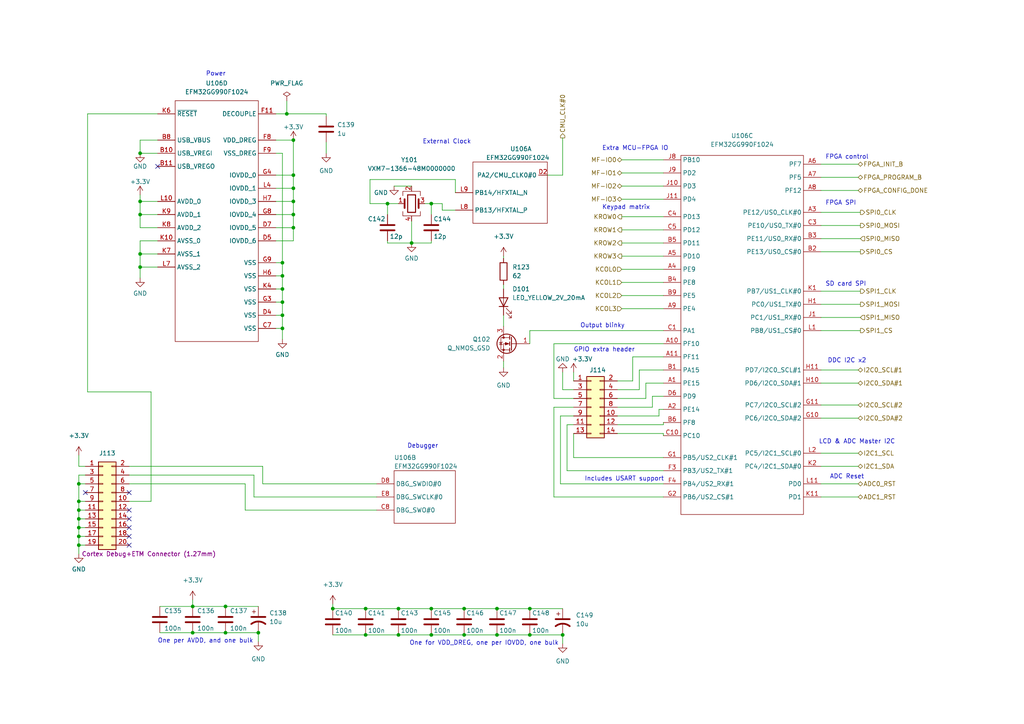
<source format=kicad_sch>
(kicad_sch (version 20211123) (generator eeschema)
  (paper "A4")
  (junction (at 144.145 176.53))
  (junction (at 85.09 66.04))
  (junction (at 65.405 175.895))
  (junction (at 55.88 175.895))
  (junction (at 81.915 95.25))
  (junction (at 65.405 183.515))
  (junction (at 22.86 147.955))
  (junction (at 115.57 176.53))
  (junction (at 83.185 33.02))
  (junction (at 40.64 77.47))
  (junction (at 85.09 62.23))
  (junction (at 134.62 184.15))
  (junction (at 85.09 54.61))
  (junction (at 85.09 50.8))
  (junction (at 40.64 73.66))
  (junction (at 22.86 150.495))
  (junction (at 119.38 70.485))
  (junction (at 81.915 76.2))
  (junction (at 96.52 176.53))
  (junction (at 22.86 158.115))
  (junction (at 22.86 153.035))
  (junction (at 22.86 145.415))
  (junction (at 81.915 80.01))
  (junction (at 112.395 59.055))
  (junction (at 40.64 44.45))
  (junction (at 81.915 83.82))
  (junction (at 74.93 183.515))
  (junction (at 81.915 87.63))
  (junction (at 115.57 184.15))
  (junction (at 85.09 40.64))
  (junction (at 144.145 184.15))
  (junction (at 134.62 176.53))
  (junction (at 40.64 58.42))
  (junction (at 125.095 59.055))
  (junction (at 153.67 184.15))
  (junction (at 85.09 58.42))
  (junction (at 163.195 184.15))
  (junction (at 106.045 176.53))
  (junction (at 106.045 184.15))
  (junction (at 22.86 140.335))
  (junction (at 55.88 183.515))
  (junction (at 153.67 176.53))
  (junction (at 81.915 91.44))
  (junction (at 22.86 155.575))
  (junction (at 125.095 184.15))
  (junction (at 40.64 62.23))
  (junction (at 125.095 176.53))
  (no_connect (at 37.465 150.495))
  (no_connect (at 37.465 153.035))
  (no_connect (at 37.465 155.575))
  (no_connect (at 37.465 158.115))
  (no_connect (at 37.465 147.955))
  (no_connect (at 37.465 142.875))
  (no_connect (at 45.72 48.26))
  (no_connect (at 24.765 142.875))
  (wire (pts (xy 81.915 83.82) (xy 81.915 87.63)))
  (wire (pts (xy 24.765 135.255) (xy 22.86 135.255)))
  (wire (pts (xy 238.125 144.145) (xy 248.92 144.145)))
  (wire (pts (xy 40.64 66.04) (xy 45.72 66.04)))
  (wire (pts (xy 185.42 107.315) (xy 192.405 107.315)))
  (wire (pts (xy 146.05 91.44) (xy 146.05 94.615)))
  (wire (pts (xy 132.08 52.07) (xy 107.315 52.07)))
  (wire (pts (xy 40.64 73.66) (xy 40.64 77.47)))
  (wire (pts (xy 192.405 125.73) (xy 192.405 126.365)))
  (wire (pts (xy 179.07 113.03) (xy 185.42 113.03)))
  (wire (pts (xy 45.72 44.45) (xy 40.64 44.45)))
  (wire (pts (xy 76.2 140.335) (xy 109.22 140.335)))
  (wire (pts (xy 180.34 62.865) (xy 192.405 62.865)))
  (wire (pts (xy 81.915 87.63) (xy 81.915 91.44)))
  (wire (pts (xy 238.125 84.455) (xy 249.555 84.455)))
  (wire (pts (xy 22.86 153.035) (xy 22.86 155.575)))
  (wire (pts (xy 40.64 62.23) (xy 40.64 66.04)))
  (wire (pts (xy 80.01 69.85) (xy 85.09 69.85)))
  (wire (pts (xy 107.315 59.055) (xy 112.395 59.055)))
  (wire (pts (xy 24.765 155.575) (xy 22.86 155.575)))
  (wire (pts (xy 125.095 184.15) (xy 134.62 184.15)))
  (wire (pts (xy 238.125 65.405) (xy 249.555 65.405)))
  (wire (pts (xy 80.01 44.45) (xy 81.915 44.45)))
  (wire (pts (xy 81.915 95.25) (xy 81.915 98.425)))
  (wire (pts (xy 24.765 158.115) (xy 22.86 158.115)))
  (wire (pts (xy 180.34 70.485) (xy 192.405 70.485)))
  (wire (pts (xy 45.72 40.64) (xy 40.64 40.64)))
  (wire (pts (xy 73.66 144.145) (xy 109.22 144.145)))
  (wire (pts (xy 40.64 58.42) (xy 45.72 58.42)))
  (wire (pts (xy 55.88 183.515) (xy 65.405 183.515)))
  (wire (pts (xy 37.465 140.335) (xy 71.12 140.335)))
  (wire (pts (xy 40.64 73.66) (xy 45.72 73.66)))
  (wire (pts (xy 22.86 145.415) (xy 24.765 145.415)))
  (wire (pts (xy 128.27 59.055) (xy 125.095 59.055)))
  (wire (pts (xy 153.67 95.885) (xy 192.405 95.885)))
  (wire (pts (xy 160.655 118.11) (xy 160.655 144.145)))
  (wire (pts (xy 163.195 50.8) (xy 163.195 40.005)))
  (wire (pts (xy 80.01 33.02) (xy 83.185 33.02)))
  (wire (pts (xy 160.655 115.57) (xy 166.37 115.57)))
  (wire (pts (xy 85.09 50.8) (xy 85.09 40.64)))
  (wire (pts (xy 189.23 118.11) (xy 189.23 114.935)))
  (wire (pts (xy 85.09 54.61) (xy 85.09 50.8)))
  (wire (pts (xy 106.045 184.15) (xy 115.57 184.15)))
  (wire (pts (xy 183.515 103.505) (xy 192.405 103.505)))
  (wire (pts (xy 119.38 64.135) (xy 119.38 70.485)))
  (wire (pts (xy 112.395 70.485) (xy 119.38 70.485)))
  (wire (pts (xy 115.57 176.53) (xy 125.095 176.53)))
  (wire (pts (xy 180.34 50.165) (xy 192.405 50.165)))
  (wire (pts (xy 238.125 107.315) (xy 248.92 107.315)))
  (wire (pts (xy 74.93 183.515) (xy 74.93 186.055)))
  (wire (pts (xy 238.125 140.335) (xy 248.92 140.335)))
  (wire (pts (xy 189.23 114.935) (xy 192.405 114.935)))
  (wire (pts (xy 115.57 184.15) (xy 125.095 184.15)))
  (wire (pts (xy 85.09 58.42) (xy 85.09 54.61)))
  (wire (pts (xy 134.62 184.15) (xy 144.145 184.15)))
  (wire (pts (xy 22.86 150.495) (xy 24.765 150.495)))
  (wire (pts (xy 238.125 55.245) (xy 248.92 55.245)))
  (wire (pts (xy 94.615 41.275) (xy 94.615 44.45)))
  (wire (pts (xy 85.09 66.04) (xy 85.09 62.23)))
  (wire (pts (xy 80.01 80.01) (xy 81.915 80.01)))
  (wire (pts (xy 24.765 137.795) (xy 22.86 137.795)))
  (wire (pts (xy 179.07 123.19) (xy 192.405 123.19)))
  (wire (pts (xy 158.75 50.8) (xy 163.195 50.8)))
  (wire (pts (xy 144.145 176.53) (xy 153.67 176.53)))
  (wire (pts (xy 166.37 113.03) (xy 163.195 113.03)))
  (wire (pts (xy 160.655 118.11) (xy 166.37 118.11)))
  (wire (pts (xy 80.01 54.61) (xy 85.09 54.61)))
  (wire (pts (xy 25.4 113.665) (xy 25.4 33.02)))
  (wire (pts (xy 80.01 87.63) (xy 81.915 87.63)))
  (wire (pts (xy 106.045 176.53) (xy 115.57 176.53)))
  (wire (pts (xy 238.125 88.265) (xy 249.555 88.265)))
  (wire (pts (xy 163.195 184.15) (xy 163.195 186.69)))
  (wire (pts (xy 22.86 147.955) (xy 24.765 147.955)))
  (wire (pts (xy 192.405 136.525) (xy 164.465 136.525)))
  (wire (pts (xy 40.64 40.64) (xy 40.64 44.45)))
  (wire (pts (xy 22.86 137.795) (xy 22.86 140.335)))
  (wire (pts (xy 192.405 99.695) (xy 160.655 99.695)))
  (wire (pts (xy 65.405 175.895) (xy 55.88 175.895)))
  (wire (pts (xy 179.07 120.65) (xy 191.135 120.65)))
  (wire (pts (xy 146.05 104.775) (xy 146.05 106.68)))
  (wire (pts (xy 40.64 58.42) (xy 40.64 56.515)))
  (wire (pts (xy 43.815 113.665) (xy 25.4 113.665)))
  (wire (pts (xy 112.395 59.055) (xy 112.395 62.23)))
  (wire (pts (xy 80.01 50.8) (xy 85.09 50.8)))
  (wire (pts (xy 125.095 176.53) (xy 134.62 176.53)))
  (wire (pts (xy 73.66 137.795) (xy 73.66 144.145)))
  (wire (pts (xy 180.34 74.295) (xy 192.405 74.295)))
  (wire (pts (xy 191.135 118.745) (xy 192.405 118.745)))
  (wire (pts (xy 71.12 147.955) (xy 109.22 147.955)))
  (wire (pts (xy 65.405 175.895) (xy 74.93 175.895)))
  (wire (pts (xy 134.62 176.53) (xy 144.145 176.53)))
  (wire (pts (xy 180.34 57.785) (xy 192.405 57.785)))
  (wire (pts (xy 164.465 123.19) (xy 166.37 123.19)))
  (wire (pts (xy 22.86 147.955) (xy 22.86 150.495)))
  (wire (pts (xy 183.515 110.49) (xy 183.515 103.505)))
  (wire (pts (xy 125.095 70.485) (xy 119.38 70.485)))
  (wire (pts (xy 22.86 153.035) (xy 24.765 153.035)))
  (wire (pts (xy 192.405 140.335) (xy 162.56 140.335)))
  (wire (pts (xy 45.72 62.23) (xy 40.64 62.23)))
  (wire (pts (xy 238.125 92.075) (xy 249.555 92.075)))
  (wire (pts (xy 45.72 69.85) (xy 40.64 69.85)))
  (wire (pts (xy 22.86 145.415) (xy 22.86 147.955)))
  (wire (pts (xy 96.52 176.53) (xy 106.045 176.53)))
  (wire (pts (xy 80.01 76.2) (xy 81.915 76.2)))
  (wire (pts (xy 22.86 158.115) (xy 22.86 160.655)))
  (wire (pts (xy 107.315 52.07) (xy 107.315 59.055)))
  (wire (pts (xy 238.125 51.435) (xy 248.92 51.435)))
  (wire (pts (xy 238.125 131.445) (xy 248.92 131.445)))
  (wire (pts (xy 238.125 73.025) (xy 249.555 73.025)))
  (wire (pts (xy 238.125 135.255) (xy 248.92 135.255)))
  (wire (pts (xy 179.07 110.49) (xy 183.515 110.49)))
  (wire (pts (xy 37.465 145.415) (xy 43.815 145.415)))
  (wire (pts (xy 160.655 99.695) (xy 160.655 115.57)))
  (wire (pts (xy 112.395 69.85) (xy 112.395 70.485)))
  (wire (pts (xy 192.405 132.715) (xy 166.37 132.715)))
  (wire (pts (xy 96.52 175.26) (xy 96.52 176.53)))
  (wire (pts (xy 146.05 82.55) (xy 146.05 83.82)))
  (wire (pts (xy 162.56 120.65) (xy 162.56 140.335)))
  (wire (pts (xy 192.405 122.555) (xy 192.405 123.19)))
  (wire (pts (xy 80.01 58.42) (xy 85.09 58.42)))
  (wire (pts (xy 238.125 111.125) (xy 248.92 111.125)))
  (wire (pts (xy 238.125 121.285) (xy 248.92 121.285)))
  (wire (pts (xy 180.34 53.975) (xy 192.405 53.975)))
  (wire (pts (xy 180.34 81.915) (xy 192.405 81.915)))
  (wire (pts (xy 37.465 137.795) (xy 73.66 137.795)))
  (wire (pts (xy 125.095 59.055) (xy 125.095 62.23)))
  (wire (pts (xy 180.34 89.535) (xy 192.405 89.535)))
  (wire (pts (xy 40.64 69.85) (xy 40.64 73.66)))
  (wire (pts (xy 166.37 107.95) (xy 166.37 110.49)))
  (wire (pts (xy 22.86 140.335) (xy 22.86 145.415)))
  (wire (pts (xy 166.37 132.715) (xy 166.37 125.73)))
  (wire (pts (xy 80.01 83.82) (xy 81.915 83.82)))
  (wire (pts (xy 22.86 135.255) (xy 22.86 132.08)))
  (wire (pts (xy 185.42 113.03) (xy 185.42 107.315)))
  (wire (pts (xy 80.01 95.25) (xy 81.915 95.25)))
  (wire (pts (xy 153.67 176.53) (xy 163.195 176.53)))
  (wire (pts (xy 238.125 61.595) (xy 249.555 61.595)))
  (wire (pts (xy 22.86 140.335) (xy 24.765 140.335)))
  (wire (pts (xy 179.07 118.11) (xy 189.23 118.11)))
  (wire (pts (xy 46.355 175.895) (xy 55.88 175.895)))
  (wire (pts (xy 238.125 95.885) (xy 249.555 95.885)))
  (wire (pts (xy 40.64 58.42) (xy 40.64 62.23)))
  (wire (pts (xy 71.12 140.335) (xy 71.12 147.955)))
  (wire (pts (xy 55.88 173.99) (xy 55.88 175.895)))
  (wire (pts (xy 80.01 91.44) (xy 81.915 91.44)))
  (wire (pts (xy 180.34 85.725) (xy 192.405 85.725)))
  (wire (pts (xy 46.355 183.515) (xy 55.88 183.515)))
  (wire (pts (xy 164.465 123.19) (xy 164.465 136.525)))
  (wire (pts (xy 83.185 33.02) (xy 94.615 33.02)))
  (wire (pts (xy 40.64 77.47) (xy 40.64 80.645)))
  (wire (pts (xy 187.325 111.125) (xy 192.405 111.125)))
  (wire (pts (xy 22.86 150.495) (xy 22.86 153.035)))
  (wire (pts (xy 65.405 183.515) (xy 74.93 183.515)))
  (wire (pts (xy 191.135 120.65) (xy 191.135 118.745)))
  (wire (pts (xy 153.67 184.15) (xy 163.195 184.15)))
  (wire (pts (xy 40.64 77.47) (xy 45.72 77.47)))
  (wire (pts (xy 163.195 113.03) (xy 163.195 107.95)))
  (wire (pts (xy 94.615 33.02) (xy 94.615 33.655)))
  (wire (pts (xy 81.915 80.01) (xy 81.915 83.82)))
  (wire (pts (xy 112.395 59.055) (xy 115.57 59.055)))
  (wire (pts (xy 80.01 62.23) (xy 85.09 62.23)))
  (wire (pts (xy 179.07 115.57) (xy 187.325 115.57)))
  (wire (pts (xy 43.815 145.415) (xy 43.815 113.665)))
  (wire (pts (xy 132.08 60.96) (xy 128.27 60.96)))
  (wire (pts (xy 83.185 29.21) (xy 83.185 33.02)))
  (wire (pts (xy 114.3 53.975) (xy 119.38 53.975)))
  (wire (pts (xy 22.86 155.575) (xy 22.86 158.115)))
  (wire (pts (xy 85.09 62.23) (xy 85.09 58.42)))
  (wire (pts (xy 125.095 69.85) (xy 125.095 70.485)))
  (wire (pts (xy 153.67 95.885) (xy 153.67 99.695)))
  (wire (pts (xy 85.09 69.85) (xy 85.09 66.04)))
  (wire (pts (xy 187.325 115.57) (xy 187.325 111.125)))
  (wire (pts (xy 81.915 76.2) (xy 81.915 80.01)))
  (wire (pts (xy 132.08 55.88) (xy 132.08 52.07)))
  (wire (pts (xy 238.125 117.475) (xy 248.92 117.475)))
  (wire (pts (xy 25.4 33.02) (xy 45.72 33.02)))
  (wire (pts (xy 238.125 69.215) (xy 249.555 69.215)))
  (wire (pts (xy 162.56 120.65) (xy 166.37 120.65)))
  (wire (pts (xy 81.915 44.45) (xy 81.915 76.2)))
  (wire (pts (xy 37.465 135.255) (xy 76.2 135.255)))
  (wire (pts (xy 81.915 91.44) (xy 81.915 95.25)))
  (wire (pts (xy 179.07 125.73) (xy 192.405 125.73)))
  (wire (pts (xy 238.125 47.625) (xy 248.92 47.625)))
  (wire (pts (xy 146.05 74.295) (xy 146.05 74.93)))
  (wire (pts (xy 80.01 66.04) (xy 85.09 66.04)))
  (wire (pts (xy 180.34 66.675) (xy 192.405 66.675)))
  (wire (pts (xy 125.095 59.055) (xy 123.19 59.055)))
  (wire (pts (xy 180.34 46.355) (xy 192.405 46.355)))
  (wire (pts (xy 80.01 40.64) (xy 85.09 40.64)))
  (wire (pts (xy 96.52 184.15) (xy 106.045 184.15)))
  (wire (pts (xy 180.34 78.105) (xy 192.405 78.105)))
  (wire (pts (xy 76.2 135.255) (xy 76.2 140.335)))
  (wire (pts (xy 192.405 144.145) (xy 160.655 144.145)))
  (wire (pts (xy 144.145 184.15) (xy 153.67 184.15)))
  (wire (pts (xy 128.27 60.96) (xy 128.27 59.055)))
  (text "External Clock" (at 122.555 41.91 0) (effects (font (size 1.27 1.27)) (justify left bottom)))
  (text "GPIO extra header" (at 166.37 102.235 0) (effects (font (size 1.27 1.27)) (justify left bottom)))
  (text "Extra MCU-FPGA IO" (at 174.625 43.815 0) (effects (font (size 1.27 1.27)) (justify left bottom)))
  (text "Keypad matrix" (at 174.625 60.96 0) (effects (font (size 1.27 1.27)) (justify left bottom)))
  (text "Includes USART support" (at 169.545 139.7 0) (effects (font (size 1.27 1.27)) (justify left bottom)))
  (text "FPGA SPI" (at 239.395 59.69 0) (effects (font (size 1.27 1.27)) (justify left bottom)))
  (text "Debugger" (at 118.11 130.175 0) (effects (font (size 1.27 1.27)) (justify left bottom)))
  (text "Output blinky" (at 168.275 95.25 0) (effects (font (size 1.27 1.27)) (justify left bottom)))
  (text "SD card SPI" (at 239.395 83.185 0) (effects (font (size 1.27 1.27)) (justify left bottom)))
  (text "One per AVDD, and one bulk\n" (at 45.72 186.69 0) (effects (font (size 1.27 1.27)) (justify left bottom)))
  (text "DDC I2C x2" (at 240.03 105.41 0) (effects (font (size 1.27 1.27)) (justify left bottom)))
  (text "LCD & ADC Master I2C" (at 237.49 128.905 0) (effects (font (size 1.27 1.27)) (justify left bottom)))
  (text "ADC Reset" (at 240.665 139.065 0) (effects (font (size 1.27 1.27)) (justify left bottom)))
  (text "One for VDD_DREG, one per IOVDD, one bulk\n" (at 118.745 187.325 0) (effects (font (size 1.27 1.27)) (justify left bottom)))
  (text "FPGA control" (at 239.395 46.355 0) (effects (font (size 1.27 1.27)) (justify left bottom)))
  (text "Power" (at 59.69 22.225 0) (effects (font (size 1.27 1.27)) (justify left bottom)))
  (hierarchical_label "KROW3" (shape output) (at 180.34 74.295 180))
  (hierarchical_label "MF-IO1" (shape bidirectional) (at 180.34 50.165 180))
  (hierarchical_label "SPI0_CS" (shape output) (at 249.555 73.025 0))
  (hierarchical_label "KCOL3" (shape input) (at 180.34 89.535 180))
  (hierarchical_label "I2C0_SDA#2" (shape bidirectional) (at 248.92 121.285 0))
  (hierarchical_label "SPI0_MOSI" (shape output) (at 249.555 65.405 0))
  (hierarchical_label "SPI1_CLK" (shape output) (at 249.555 84.455 0))
  (hierarchical_label "I2C1_SCL" (shape bidirectional) (at 248.92 131.445 0))
  (hierarchical_label "KROW2" (shape output) (at 180.34 70.485 180))
  (hierarchical_label "MF-IO2" (shape bidirectional) (at 180.34 53.975 180))
  (hierarchical_label "KCOL1" (shape input) (at 180.34 81.915 180))
  (hierarchical_label "I2C1_SDA" (shape bidirectional) (at 248.92 135.255 0))
  (hierarchical_label "SPI1_MOSI" (shape output) (at 249.555 88.265 0))
  (hierarchical_label "FPGA_CONFIG_DONE" (shape bidirectional) (at 248.92 55.245 0))
  (hierarchical_label "SPI0_CLK" (shape output) (at 249.555 61.595 0))
  (hierarchical_label "SPI0_MISO" (shape input) (at 249.555 69.215 0))
  (hierarchical_label "KCOL0" (shape input) (at 180.34 78.105 180))
  (hierarchical_label "KROW0" (shape output) (at 180.34 62.865 180))
  (hierarchical_label "ADC1_RST" (shape bidirectional) (at 248.92 144.145 0))
  (hierarchical_label "MF-IO0" (shape bidirectional) (at 180.34 46.355 180))
  (hierarchical_label "I2C0_SDA#1" (shape bidirectional) (at 248.92 111.125 0))
  (hierarchical_label "MF-IO3" (shape bidirectional) (at 180.34 57.785 180))
  (hierarchical_label "I2C0_SCL#1" (shape bidirectional) (at 248.92 107.315 0))
  (hierarchical_label "FPGA_PROGRAM_B" (shape bidirectional) (at 248.92 51.435 0))
  (hierarchical_label "KROW1" (shape output) (at 180.34 66.675 180))
  (hierarchical_label "FPGA_INIT_B" (shape bidirectional) (at 248.92 47.625 0))
  (hierarchical_label "ADC0_RST" (shape bidirectional) (at 248.92 140.335 0))
  (hierarchical_label "SPI1_CS" (shape output) (at 249.555 95.885 0))
  (hierarchical_label "CMU_CLK#0" (shape output) (at 163.195 40.005 90))
  (hierarchical_label "KCOL2" (shape input) (at 180.34 85.725 180))
  (hierarchical_label "I2C0_SCL#2" (shape bidirectional) (at 248.92 117.475 0))
  (hierarchical_label "SPI1_MISO" (shape input) (at 249.555 92.075 0))
  (symbol (lib_name "EFM32GG990F1024_2") (lib_id "mcu_centrifuge_library:EFM32GG990F1024") (at 123.19 144.145 0) (unit 2)
    (property "Reference" "U106" (at 114.3 132.715 0) (effects (justify left)))
    (property "Value" "EFM32GG990F1024" (at 114.3 135.255 0) (effects (justify left)))
    (property "Footprint" "centrifuge_mcu:BGA-112_9.0x9.0mm_Layout11x11_P0.8mm_Ball0.4mm_Pad0.35mm_NSMD" (effects hide))
  )
  (symbol (lib_id "power:GND") (at 22.86 160.655 0) (unit 1)
    (property "Reference" "#PWR0121" (effects hide))
    (property "Value" "GND" (at 22.86 165.1 0))
  )
  (symbol (lib_id "power:GND") (at 163.195 186.69 0) (unit 1)
    (property "Reference" "#PWR0136" (effects hide))
    (property "Value" "GND" (at 163.195 191.77 0))
  )
  (symbol (lib_id "Device:C") (at 153.67 180.34 0) (unit 1)
    (property "Reference" "C148" (at 154.305 177.8 0) (effects (justify left)))
    (property "Value" "100n" (at 154.305 182.88 0) (effects (justify left)))
    (property "Footprint" "Capacitor_SMD:C_0805_2012Metric_Pad1.18x1.45mm_HandSolder" (effects hide))
    (property "Purchase" "https://www.digikey.no/no/products/detail/taiyo-yuden/LMF212B7104KGHT/10379109" (effects hide))
  )
  (symbol (lib_id "power:+3.3V") (at 40.64 56.515 0) (unit 1)
    (property "Reference" "#PWR0123" (effects hide))
    (property "Value" "+3.3V" (at 40.64 52.705 0))
  )
  (symbol (lib_id "power:GND") (at 163.195 107.95 180) (unit 1)
    (property "Reference" "#PWR0135" (effects hide))
    (property "Value" "GND" (at 163.195 104.14 0))
  )
  (symbol (lib_id "Device:Crystal_GND24") (at 119.38 59.055 0) (unit 1)
    (property "Reference" "Y101" (at 118.745 46.355 0))
    (property "Value" "VXM7-1366-48M0000000" (at 119.38 48.895 0))
    (property "Footprint" "centrifuge_mcu:Crystal_SMD_TXC_7M-4Pin_3.2x2.5mm_TIGHT" (effects hide))
    (property "Purchase" "https://www.digikey.no/no/products/detail/microchip-technology/VXM7-1366-48M0000000/13175116?s=N4IgTCBcDaIGoA0CyB2AtARgMwDYdoBYAOJABnItJAF0BfIA" (effects hide))
  )
  (symbol (lib_id "power:+3.3V") (at 166.37 107.95 0) (unit 1)
    (property "Reference" "#PWR0137" (effects hide))
    (property "Value" "+3.3V" (at 168.91 104.14 0))
  )
  (symbol (lib_id "Device:C_Polarized_US") (at 163.195 180.34 0) (unit 1)
    (property "Reference" "C149" (at 167.005 178.4349 0) (effects (justify left)))
    (property "Value" "10u" (at 167.005 180.9749 0) (effects (justify left)))
    (property "Footprint" "Capacitor_SMD:CP_Elec_4x5.4" (effects hide))
    (property "Purchase" "https://www.digikey.no/no/products/detail/nichicon/UWT1C100MCL1GB/589914" (effects hide))
  )
  (symbol (lib_id "power:GND") (at 40.64 80.645 0) (unit 1)
    (property "Reference" "#PWR0124" (effects hide))
    (property "Value" "GND" (at 40.64 85.09 0))
  )
  (symbol (lib_id "power:+3.3V") (at 22.86 132.08 0) (unit 1)
    (property "Reference" "#PWR0120" (effects hide))
    (property "Value" "+3.3V" (at 22.86 126.365 0))
  )
  (symbol (lib_id "Device:C") (at 115.57 180.34 0) (unit 1)
    (property "Reference" "C143" (at 116.205 177.8 0) (effects (justify left)))
    (property "Value" "100n" (at 116.205 182.88 0) (effects (justify left)))
    (property "Footprint" "Capacitor_SMD:C_0805_2012Metric_Pad1.18x1.45mm_HandSolder" (effects hide))
    (property "Purchase" "https://www.digikey.no/no/products/detail/taiyo-yuden/LMF212B7104KGHT/10379109" (effects hide))
  )
  (symbol (lib_id "Connector_Generic:Conn_02x10_Odd_Even") (at 29.845 145.415 0) (unit 1)
    (property "Reference" "J113" (at 31.115 131.445 0))
    (property "Value" "Conn_02x10_Odd_Even" (effects hide))
    (property "Footprint" "Connector_PinHeader_1.27mm:PinHeader_2x10_P1.27mm_Vertical" (effects hide))
    (property "Size" "Cortex Debug+ETM Connector (1.27mm)" (at 43.18 160.655 0))
  )
  (symbol (lib_id "Device:C") (at 96.52 180.34 0) (unit 1)
    (property "Reference" "C140" (at 97.155 177.8 0) (effects (justify left)))
    (property "Value" "100n" (at 97.155 182.88 0) (effects (justify left)))
    (property "Footprint" "Capacitor_SMD:C_0805_2012Metric_Pad1.18x1.45mm_HandSolder" (effects hide))
    (property "Purchase" "https://www.digikey.no/no/products/detail/taiyo-yuden/LMF212B7104KGHT/10379109" (effects hide))
  )
  (symbol (lib_id "power:GND") (at 74.93 186.055 0) (unit 1)
    (property "Reference" "#PWR0126" (effects hide))
    (property "Value" "GND" (at 74.93 191.135 0))
  )
  (symbol (lib_id "power:GND") (at 94.615 44.45 0) (unit 1)
    (property "Reference" "#PWR0129" (effects hide))
    (property "Value" "GND" (at 94.615 49.53 0))
  )
  (symbol (lib_id "Device:C") (at 65.405 179.705 0) (unit 1)
    (property "Reference" "C137" (at 66.675 177.165 0) (effects (justify left)))
    (property "Value" "100n" (at 66.675 182.245 0) (effects (justify left)))
    (property "Footprint" "Capacitor_SMD:C_0805_2012Metric_Pad1.18x1.45mm_HandSolder" (effects hide))
    (property "Purchase" "https://www.digikey.no/no/products/detail/taiyo-yuden/LMF212B7104KGHT/10379109" (effects hide))
  )
  (symbol (lib_id "power:PWR_FLAG") (at 83.185 29.21 0) (unit 1)
    (property "Reference" "#FLG0108" (effects hide))
    (property "Value" "PWR_FLAG" (at 83.185 24.13 0))
  )
  (symbol (lib_id "power:GND") (at 40.64 44.45 0) (unit 1)
    (property "Reference" "#PWR0122" (effects hide))
    (property "Value" "GND" (at 40.64 48.26 0))
  )
  (symbol (lib_id "power:+3.3V") (at 85.09 40.64 0) (unit 1)
    (property "Reference" "#PWR0128" (effects hide))
    (property "Value" "+3.3V" (at 85.09 36.83 0))
  )
  (symbol (lib_id "power:+3.3V") (at 55.88 173.99 0) (unit 1)
    (property "Reference" "#PWR0125" (effects hide))
    (property "Value" "+3.3V" (at 55.88 168.275 0))
  )
  (symbol (lib_id "Device:C") (at 125.095 180.34 0) (unit 1)
    (property "Reference" "C145" (at 125.73 177.8 0) (effects (justify left)))
    (property "Value" "100n" (at 125.73 182.88 0) (effects (justify left)))
    (property "Footprint" "Capacitor_SMD:C_0805_2012Metric_Pad1.18x1.45mm_HandSolder" (effects hide))
    (property "Purchase" "https://www.digikey.no/no/products/detail/taiyo-yuden/LMF212B7104KGHT/10379109" (effects hide))
  )
  (symbol (lib_name "EFM32GG990F1024_1") (lib_id "mcu_centrifuge_library:EFM32GG990F1024") (at 148.59 55.88 0) (unit 1)
    (property "Reference" "U106" (at 147.955 43.18 0) (effects (justify left)))
    (property "Value" "EFM32GG990F1024" (at 140.97 45.72 0) (effects (justify left)))
    (property "Footprint" "centrifuge_mcu:BGA-112_9.0x9.0mm_Layout11x11_P0.8mm_Ball0.4mm_Pad0.35mm_NSMD" (effects hide))
  )
  (symbol (lib_id "power:+3.3V") (at 146.05 74.295 0) (unit 1)
    (property "Reference" "#PWR0133" (effects hide))
    (property "Value" "+3.3V" (at 146.05 68.58 0))
  )
  (symbol (lib_id "power:GND") (at 119.38 70.485 0) (unit 1)
    (property "Reference" "#PWR0132" (effects hide))
    (property "Value" "GND" (at 119.38 74.93 0))
  )
  (symbol (lib_id "Device:C") (at 55.88 179.705 0) (unit 1)
    (property "Reference" "C136" (at 57.15 177.165 0) (effects (justify left)))
    (property "Value" "100n" (at 57.15 182.245 0) (effects (justify left)))
    (property "Footprint" "Capacitor_SMD:C_0805_2012Metric_Pad1.18x1.45mm_HandSolder" (effects hide))
    (property "Purchase" "https://www.digikey.no/no/products/detail/taiyo-yuden/LMF212B7104KGHT/10379109" (effects hide))
  )
  (symbol (lib_id "Connector_Generic:Conn_02x07_Odd_Even") (at 171.45 118.11 0) (unit 1)
    (property "Reference" "J114" (at 173.355 107.315 0))
    (property "Value" "Extra MCU GPIO" (effects hide))
    (property "Footprint" "Connector_PinHeader_2.54mm:PinHeader_2x07_P2.54mm_Vertical" (effects hide))
  )
  (symbol (lib_id "Device:C") (at 106.045 180.34 0) (unit 1)
    (property "Reference" "C141" (at 106.68 177.8 0) (effects (justify left)))
    (property "Value" "100n" (at 106.68 182.88 0) (effects (justify left)))
    (property "Footprint" "Capacitor_SMD:C_0805_2012Metric_Pad1.18x1.45mm_HandSolder" (effects hide))
    (property "Purchase" "https://www.digikey.no/no/products/detail/taiyo-yuden/LMF212B7104KGHT/10379109" (effects hide))
  )
  (symbol (lib_id "power:GND") (at 81.915 98.425 0) (unit 1)
    (property "Reference" "#PWR0127" (effects hide))
    (property "Value" "GND" (at 81.915 102.87 0))
  )
  (symbol (lib_id "Device:C_Polarized_US") (at 74.93 179.705 0) (unit 1)
    (property "Reference" "C138" (at 78.105 177.7999 0) (effects (justify left)))
    (property "Value" "10u" (at 78.105 180.3399 0) (effects (justify left)))
    (property "Footprint" "Capacitor_SMD:CP_Elec_4x5.4" (effects hide))
    (property "Purchase" "https://www.digikey.no/no/products/detail/nichicon/UWT1C100MCL1GB/589914" (effects hide))
  )
  (symbol (lib_id "Device:C") (at 134.62 180.34 0) (unit 1)
    (property "Reference" "C146" (at 135.255 177.8 0) (effects (justify left)))
    (property "Value" "100n" (at 135.255 182.88 0) (effects (justify left)))
    (property "Footprint" "Capacitor_SMD:C_0805_2012Metric_Pad1.18x1.45mm_HandSolder" (effects hide))
    (property "Purchase" "https://www.digikey.no/no/products/detail/taiyo-yuden/LMF212B7104KGHT/10379109" (effects hide))
  )
  (symbol (lib_id "mcu_centrifuge_library:EFM32GG990F1024") (at 64.77 66.04 0) (unit 4)
    (property "Reference" "U106" (at 62.865 24.13 0))
    (property "Value" "EFM32GG990F1024" (at 62.865 26.67 0))
    (property "Footprint" "centrifuge_mcu:BGA-112_9.0x9.0mm_Layout11x11_P0.8mm_Ball0.4mm_Pad0.35mm_NSMD" (effects hide))
  )
  (symbol (lib_id "power:GND") (at 146.05 106.68 0) (unit 1)
    (property "Reference" "#PWR0134" (effects hide))
    (property "Value" "GND" (at 146.05 111.76 0))
  )
  (symbol (lib_id "power:+3.3V") (at 96.52 175.26 0) (unit 1)
    (property "Reference" "#PWR0130" (effects hide))
    (property "Value" "+3.3V" (at 96.52 169.545 0))
  )
  (symbol (lib_name "EFM32GG990F1024_3") (lib_id "mcu_centrifuge_library:EFM32GG990F1024") (at 215.265 97.155 0) (unit 3)
    (property "Reference" "U106" (at 215.265 39.37 0))
    (property "Value" "EFM32GG990F1024" (at 215.265 41.91 0))
    (property "Footprint" "centrifuge_mcu:BGA-112_9.0x9.0mm_Layout11x11_P0.8mm_Ball0.4mm_Pad0.35mm_NSMD" (effects hide))
  )
  (symbol (lib_id "Device:C") (at 125.095 66.04 0) (unit 1)
    (property "Reference" "C144" (at 125.73 63.5 0) (effects (justify left)))
    (property "Value" "12p" (at 125.73 68.58 0) (effects (justify left)))
    (property "Footprint" "Capacitor_SMD:C_0805_2012Metric_Pad1.18x1.45mm_HandSolder" (effects hide))
    (property "Purchase" "https://www.digikey.no/no/products/detail/vishay-vitramon/VJ0805A120FXJCW1BC/8307136" (effects hide))
  )
  (symbol (lib_id "Device:C") (at 144.145 180.34 0) (unit 1)
    (property "Reference" "C147" (at 144.78 177.8 0) (effects (justify left)))
    (property "Value" "100n" (at 144.78 182.88 0) (effects (justify left)))
    (property "Footprint" "Capacitor_SMD:C_0805_2012Metric_Pad1.18x1.45mm_HandSolder" (effects hide))
    (property "Purchase" "https://www.digikey.no/no/products/detail/taiyo-yuden/LMF212B7104KGHT/10379109" (effects hide))
  )
  (symbol (lib_id "Device:C") (at 46.355 179.705 0) (unit 1)
    (property "Reference" "C135" (at 47.625 177.165 0) (effects (justify left)))
    (property "Value" "100n" (at 47.625 182.245 0) (effects (justify left)))
    (property "Footprint" "Capacitor_SMD:C_0805_2012Metric_Pad1.18x1.45mm_HandSolder" (effects hide))
    (property "Purchase" "https://www.digikey.no/no/products/detail/taiyo-yuden/LMF212B7104KGHT/10379109" (effects hide))
  )
  (symbol (lib_id "Device:LED") (at 146.05 87.63 90) (unit 1)
    (property "Reference" "D101" (at 148.59 83.82 90) (effects (justify right)))
    (property "Value" "LED_YELLOW_2V_20mA" (at 148.59 86.36 90) (effects (justify right)))
    (property "Footprint" "Diode_SMD:D_0805_2012Metric_Pad1.15x1.40mm_HandSolder" (effects hide))
    (property "Purchase" "https://www.digikey.no/no/products/detail/sunled/XZMYK54W-8/8259039" (effects hide))
  )
  (symbol (lib_id "Device:C") (at 112.395 66.04 0) (unit 1)
    (property "Reference" "C142" (at 106.68 63.5 0) (effects (justify left)))
    (property "Value" "12p" (at 113.03 68.58 0) (effects (justify left)))
    (property "Footprint" "Capacitor_SMD:C_0805_2012Metric_Pad1.18x1.45mm_HandSolder" (effects hide))
    (property "Purchase" "https://www.digikey.no/no/products/detail/vishay-vitramon/VJ0805A120FXJCW1BC/8307136" (effects hide))
  )
  (symbol (lib_id "Device:R") (at 146.05 78.74 0) (unit 1)
    (property "Reference" "R123" (at 148.59 77.4699 0) (effects (justify left)))
    (property "Value" "62" (at 148.59 80.0099 0) (effects (justify left)))
    (property "Footprint" "Resistor_SMD:R_0805_2012Metric_Pad1.20x1.40mm_HandSolder" (effects hide))
    (property "Purchase" "https://www.digikey.no/no/products/detail/yageo/AC0805FR-0762RL/5896938" (effects hide))
  )
  (symbol (lib_id "power:GND") (at 114.3 53.975 0) (unit 1)
    (property "Reference" "#PWR0131" (effects hide))
    (property "Value" "GND" (at 110.49 55.88 0))
  )
  (symbol (lib_id "Device:C") (at 94.615 37.465 180) (unit 1)
    (property "Reference" "C139" (at 97.79 36.1949 0) (effects (justify right)))
    (property "Value" "1u" (at 97.79 38.7349 0) (effects (justify right)))
    (property "Footprint" "Capacitor_SMD:C_0805_2012Metric_Pad1.18x1.45mm_HandSolder" (effects hide))
    (property "Purchase" "https://www.digikey.no/no/products/detail/kemet/C0805C105J4REC7800/8643700" (effects hide))
  )
  (symbol (lib_id "Device:Q_NMOS_GSD") (at 148.59 99.695 0) (mirror y) (unit 1)
    (property "Reference" "Q102" (at 142.24 98.4249 0) (effects (justify left)))
    (property "Value" "Q_NMOS_GSD" (at 142.24 100.9649 0) (effects (justify left)))
    (property "Footprint" "Package_TO_SOT_SMD:SOT-323_SC-70_Handsoldering" (effects hide))
    (property "Purchase" "https://www.digikey.no/no/products/detail/panjit-international-inc/PJC138K-AU-R1-000A1/14661065" (effects hide))
  )
)
</source>
